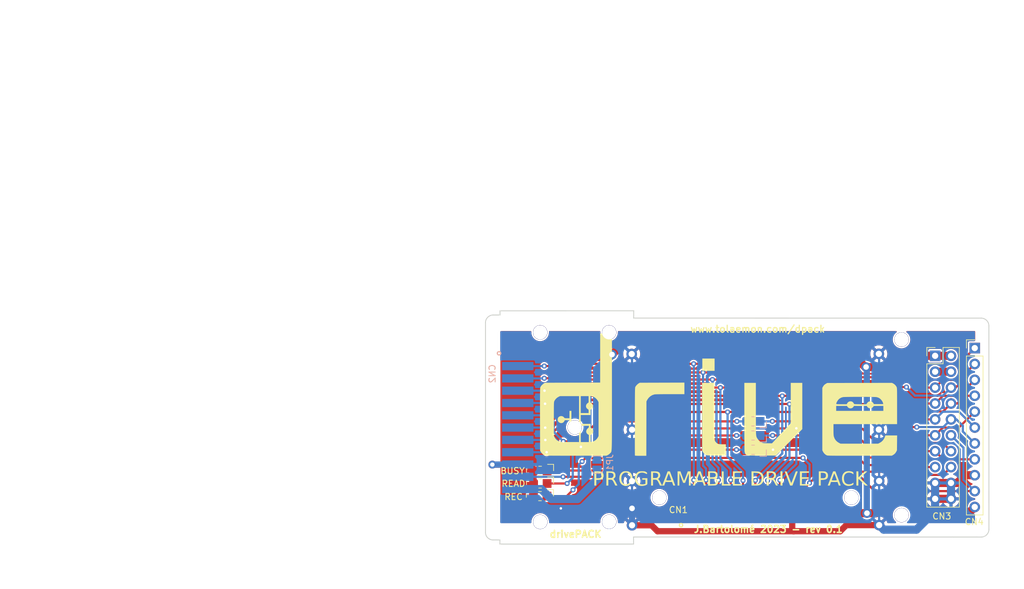
<source format=kicad_pcb>
(kicad_pcb (version 20211014) (generator pcbnew)
  (title_block (title "drive Pack header top board") (date "11 - 2023") (rev "0.1") (company "tolaemon - Jordi Bartolome") (comment 1 "http://www.tolaemon.com/dpack/ "))
  (layers (0 "F.Cu" signal) (31 "B.Cu" signal) (34 "B.Paste" user) (35 "F.Paste" user) (36 "B.SilkS" user "B.Silkscreen") (37 "F.SilkS" user "F.Silkscreen") (38 "B.Mask" user) (39 "F.Mask" user) (44 "Edge.Cuts" user))
  (net 0 "")
  (net 1 "GND")
  (net 2 "/!CS")
  (net 3 "VCC5")
  (net 4 "/CLCK2")
  (net 5 "/!W\\R")
  (net 6 "/?")
  (net 7 "/CLCK1")
  (net 8 "/!D1")
  (net 9 "/!D0")
  (net 10 "/!D2")
  (net 11 "/!D3")
  (net 12 "Net-(CN2-Pad11)")
  (net 13 "VCC3.3")
  (net 14 "/ROM_IO1")
  (net 15 "/ROM_IO2")
  (net 16 "/ROM_IO3")
  (net 17 "Net-(LD1-Pad1)")
  (net 18 "Net-(LD2-Pad1)")
  (net 19 "Net-(LD3-Pad1)")
  (footprint "Tolaemon:PinHeader_2x10_P2.54mm_Vertical" (layer "F.Cu") (at 184.25032 84.39963)
    (fp_text reference "CN3" (at 1.02108 25.44572) (layer "F.SilkS"))
    (fp_text value "PinStrip2x10")
    (pad "1" thru_hole rect locked (at -0.0508 -0.1905) (size 1.7 1.7) (drill 1) (layers *.Cu *.Mask) (net 3 "VCC5"))
    (pad "2" thru_hole oval locked (at 2.4892 -0.1905) (size 1.7 1.7) (drill 1) (layers *.Cu *.Mask) (net 3 "VCC5"))
    (pad "3" thru_hole oval locked (at -0.0508 2.3495) (size 1.7 1.7) (drill 1) (layers *.Cu *.Mask) (net 13 "VCC3.3"))
    (pad "4" thru_hole oval locked (at 2.4892 2.3495) (size 1.7 1.7) (drill 1) (layers *.Cu *.Mask) (net 13 "VCC3.3"))
    (pad "5" thru_hole oval locked (at -0.0508 4.8895) (size 1.7 1.7) (drill 1) (layers *.Cu *.Mask) (net 11 "/!D3"))
    (pad "6" thru_hole oval locked (at 2.4892 4.8895) (size 1.7 1.7) (drill 1) (layers *.Cu *.Mask) (net 10 "/!D2"))
    (pad "7" thru_hole oval locked (at -0.0508 7.4295) (size 1.7 1.7) (drill 1) (layers *.Cu *.Mask) (net 8 "/!D1"))
    (pad "8" thru_hole oval locked (at 2.4892 7.4295) (size 1.7 1.7) (drill 1) (layers *.Cu *.Mask) (net 9 "/!D0"))
    (pad "9" thru_hole oval locked (at -0.0508 9.9695) (size 1.7 1.7) (drill 1) (layers *.Cu *.Mask) (net 7 "/CLCK1"))
    (pad "10" thru_hole oval locked (at 2.4892 9.9695) (size 1.7 1.7) (drill 1) (layers *.Cu *.Mask) (net 4 "/CLCK2"))
    (pad "11" thru_hole oval locked (at -0.0508 12.5095) (size 1.7 1.7) (drill 1) (layers *.Cu *.Mask) (net 5 "/!W\\R"))
    (pad "12" thru_hole oval locked (at 2.4892 12.5095) (size 1.7 1.7) (drill 1) (layers *.Cu *.Mask) (net 2 "/!CS"))
    (pad "13" thru_hole oval locked (at -0.0508 15.0495) (size 1.7 1.7) (drill 1) (layers *.Cu *.Mask) (net 6 "/?"))
    (pad "14" thru_hole oval locked (at 2.4892 15.0495) (size 1.7 1.7) (drill 1) (layers *.Cu *.Mask) (net 14 "/ROM_IO1"))
    (pad "15" thru_hole oval locked (at -0.0508 17.5895) (size 1.7 1.7) (drill 1) (layers *.Cu *.Mask) (net 15 "/ROM_IO2"))
    (pad "16" thru_hole oval locked (at 2.4892 17.5895) (size 1.7 1.7) (drill 1) (layers *.Cu *.Mask) (net 16 "/ROM_IO3"))
    (pad "17" thru_hole oval locked (at -0.0508 20.1295) (size 1.7 1.7) (drill 1) (layers *.Cu *.Mask) (net 1 "GND"))
    (pad "18" thru_hole oval locked (at 2.4892 20.1295) (size 1.7 1.7) (drill 1) (layers *.Cu *.Mask) (net 1 "GND"))
    (pad "19" thru_hole oval locked (at -0.0508 22.6695) (size 1.7 1.7) (drill 1) (layers *.Cu *.Mask) (net 1 "GND"))
    (pad "20" thru_hole oval locked (at 2.4892 22.6695) (size 1.7 1.7) (drill 1) (layers *.Cu *.Mask) (net 1 "GND"))
  )
  (footprint "Tolaemon:MHole_2_25" (layer "F.Cu") (at 126.59692 95.631)
    (fp_text reference "MH3" hide)
    (fp_text value "MountingHole")
    (pad "" np_thru_hole circle locked (at 0 0) (size 2.3 2.3) (drill 2.25) (layers F&B.Cu *.Mask))
  )
  (footprint "Tolaemon:MHole_2_25" (layer "F.Cu") (at 178.82948 109.6645)
    (fp_text reference "MH4" hide)
    (fp_text value "MountingHole")
    (pad "" np_thru_hole circle locked (at 0 0) (size 2.3 2.3) (drill 2.25) (layers F&B.Cu *.Mask))
  )
  (footprint "Tolaemon:MHole_2_25" (layer "F.Cu") (at 121.07666 110.75924)
    (fp_text reference "MH1" hide)
    (fp_text value "MountingHole")
    (pad "" np_thru_hole circle locked (at 0 0) (size 2.3 2.3) (drill 2.25) (layers F&B.Cu *.Mask))
  )
  (footprint "Tolaemon:MHole_2_25" (layer "F.Cu") (at 132.08586 110.74146)
    (fp_text reference "MH7" hide)
    (fp_text value "MountingHole")
    (pad "" np_thru_hole circle locked (at 0 0) (size 2.3 2.3) (drill 2.25) (layers F&B.Cu *.Mask))
  )
  (footprint "Tolaemon:DrivePackHeaderFemale" (layer "F.Cu") (at 155.50466 108.26688 180)
    (fp_text reference "CN1" (at 12.34466 -0.56312 180) (layer "F.SilkS"))
    (fp_text value "dumper connector")
    (pad "1" smd rect locked (at 9.87298 -0.01124 180) (size 1.315 5) (layers "F.Cu" "F.Paste" "F.Mask") (net 11 "/!D3"))
    (pad "2" smd rect locked (at 7.907274 -0.01124 180) (size 1.315 5) (layers "F.Cu" "F.Paste" "F.Mask") (net 10 "/!D2"))
    (pad "3" smd rect locked (at 5.941568 -0.01124 180) (size 1.315 5) (layers "F.Cu" "F.Paste" "F.Mask") (net 8 "/!D1"))
    (pad "4" smd rect locked (at 3.975862 -0.01124 180) (size 1.315 5) (layers "F.Cu" "F.Paste" "F.Mask") (net 9 "/!D0"))
    (pad "5" smd rect locked (at 2.010156 -0.01124 180) (size 1.315 5) (layers "F.Cu" "F.Paste" "F.Mask") (net 5 "/!W\\R"))
    (pad "6" smd rect locked (at 0.04445 -0.01124 180) (size 1.315 5) (layers "F.Cu" "F.Paste" "F.Mask") (net 7 "/CLCK1"))
    (pad "7" smd rect locked (at -1.921256 -0.01124 180) (size 1.315 5) (layers "F.Cu" "F.Paste" "F.Mask") (net 4 "/CLCK2"))
    (pad "8" smd rect locked (at -3.886962 -0.01124 180) (size 1.315 5) (layers "F.Cu" "F.Paste" "F.Mask") (net 6 "/?"))
    (pad "9" smd rect locked (at -5.852668 -0.01124 180) (size 1.315 5) (layers "F.Cu" "F.Paste" "F.Mask") (net 1 "GND"))
    (pad "10" smd rect locked (at -7.818374 -0.01124 180) (size 1.315 5) (layers "F.Cu" "F.Paste" "F.Mask") (net 2 "/!CS"))
    (pad "11" smd rect locked (at -9.78408 -0.01124 180) (size 1.315 5) (layers "F.Cu" "F.Paste" "F.Mask") (net 3 "VCC5"))
  )
  (footprint "Tolaemon:MHole_2_25" (layer "F.Cu") (at 121.06734 80.45958)
    (fp_text reference "MH2" hide)
    (fp_text value "MountingHole")
    (pad "" np_thru_hole circle locked (at 0 0) (size 2.3 2.3) (drill 2.25) (layers F&B.Cu *.Mask))
  )
  (footprint "Tolaemon:MHole_2_25" (layer "F.Cu") (at 132.08586 80.45958)
    (fp_text reference "MH5" hide)
    (fp_text value "MountingHole")
    (pad "" np_thru_hole circle locked (at 0 0) (size 2.3 2.3) (drill 2.25) (layers F&B.Cu *.Mask))
  )
  (footprint "Tolaemon:MHole_2_25" (layer "F.Cu") (at 178.82948 81.6102)
    (fp_text reference "MH6" hide)
    (fp_text value "MountingHole" hide)
    (pad "" np_thru_hole circle locked (at 0 0) (size 2.3 2.3) (drill 2.25) (layers F&B.Cu *.Mask))
  )
  (footprint "Tolaemon:PinPad_1x01_P2.54mm_Round" (layer "F.Cu") (at 135.70166 83.91826 90)
    (fp_text reference "CN11" hide)
    (fp_text value "Pin")
    (pad "1" thru_hole circle locked (at 0 0 90) (size 1.7 1.7) (drill 1) (layers *.Cu *.Mask) (net 1 "GND"))
  )
  (footprint "Tolaemon:SMD_LD_0805_2012Metric" (layer "F.Cu") (at 121.09666 104.61336 180)
    (fp_text reference "READ" (at 4.3 -0.02) (layer "F.SilkS"))
    (fp_text value "LD")
    (pad "1" smd rect locked (at -1.0795 0 180) (size 1.4 1.4) (layers "F.Cu" "F.Paste" "F.Mask") (net 17 "Net-(LD1-Pad1)"))
    (pad "2" smd roundrect locked (at 1.0795 0 180) (size 1.4 1.4) (layers "F.Cu" "F.Paste" "F.Mask") (roundrect_rratio 0.244) (net 1 "GND"))
  )
  (footprint "Tolaemon:PinPad_1x01_P2.54mm_Round" (layer "F.Cu") (at 135.75166 104.24326 90)
    (fp_text reference "CN12" hide)
    (fp_text value "Pin")
    (pad "1" thru_hole circle locked (at 0 0 90) (size 1.7 1.7) (drill 1) (layers *.Cu *.Mask) (net 1 "GND"))
  )
  (footprint "Tolaemon:MHole_2_25" (layer "F.Cu") (at 140.10666 106.88326)
    (fp_text reference "MH8" hide)
    (fp_text value "MountingHole")
    (pad "" np_thru_hole circle (at 0 0) (size 2.3 2.3) (drill 2.25) (layers F&B.Cu *.Mask))
  )
  (footprint "Tolaemon:PinPad_1x01_P2.54mm_Round" (layer "F.Cu") (at 175.20166 83.89326 -90)
    (fp_text reference "CN6" hide)
    (fp_text value "Pin")
    (pad "1" thru_hole circle locked (at 0 0 270) (size 1.7 1.7) (drill 1) (layers *.Cu *.Mask) (net 1 "GND"))
  )
  (footprint "Tolaemon:SMD_LD_0805_2012Metric" (layer "F.Cu") (at 121.07746 106.63346 180)
    (fp_text reference "REC" (at 4.2608 -0.1098) (layer "F.SilkS"))
    (fp_text value "LD")
    (pad "1" smd rect locked (at -1.0795 0 180) (size 1.4 1.4) (layers "F.Cu" "F.Paste" "F.Mask") (net 18 "Net-(LD2-Pad1)"))
    (pad "2" smd roundrect locked (at 1.0795 0 180) (size 1.4 1.4) (layers "F.Cu" "F.Paste" "F.Mask") (roundrect_rratio 0.244) (net 1 "GND"))
  )
  (footprint "Tolaemon:PinPad_1x01_P2.54mm_Round" (layer "F.Cu") (at 175.25166 111.26826 -90)
    (fp_text reference "CN7" hide)
    (fp_text value "Pin")
    (pad "1" thru_hole circle locked (at 0 0 270) (size 1.7 1.7) (drill 1) (layers *.Cu *.Mask) (net 1 "GND"))
  )
  (footprint "TolaemonLogo:DrivePackLogoPCBv3" (layer "F.Cu") (at 150.325976 94.026647)
    (fp_text reference "G***" hide)
    (fp_text value "LOGO" hide)
  )
  (footprint "Tolaemon:PinHeader_1x11_P2.54mm_Vertical" (layer "F.Cu") (at 190.53166 95.67139)
    (fp_text reference "CN4" (at -0.075 15.07187 180) (layer "F.SilkS"))
    (fp_text value "PinStrip11")
    (pad "1" thru_hole rect locked (at 0 -12.7) (size 1.7 1.7) (drill 1) (layers *.Cu *.Mask) (net 11 "/!D3"))
    (pad "2" thru_hole oval locked (at 0 -10.16) (size 1.7 1.7) (drill 1) (layers *.Cu *.Mask) (net 10 "/!D2"))
    (pad "3" thru_hole oval locked (at 0 -7.62) (size 1.7 1.7) (drill 1) (layers *.Cu *.Mask) (net 8 "/!D1"))
    (pad "4" thru_hole oval locked (at 0 -5.08) (size 1.7 1.7) (drill 1) (layers *.Cu *.Mask) (net 9 "/!D0"))
    (pad "5" thru_hole oval locked (at 0 -2.54) (size 1.7 1.7) (drill 1) (layers *.Cu *.Mask) (net 5 "/!W\\R"))
    (pad "6" thru_hole oval locked (at 0 0) (size 1.7 1.7) (drill 1) (layers *.Cu *.Mask) (net 7 "/CLCK1"))
    (pad "7" thru_hole oval locked (at 0 2.54) (size 1.7 1.7) (drill 1) (layers *.Cu *.Mask) (net 4 "/CLCK2"))
    (pad "8" thru_hole oval locked (at 0 5.08) (size 1.7 1.7) (drill 1) (layers *.Cu *.Mask) (net 6 "/?"))
    (pad "9" thru_hole oval locked (at 0 7.62) (size 1.7 1.7) (drill 1) (layers *.Cu *.Mask) (net 1 "GND"))
    (pad "10" thru_hole oval locked (at 0 10.16) (size 1.7 1.7) (drill 1) (layers *.Cu *.Mask) (net 2 "/!CS"))
    (pad "11" thru_hole oval locked (at 0 12.7) (size 1.7 1.7) (drill 1) (layers *.Cu *.Mask) (net 3 "VCC5"))
  )
  (footprint "Tolaemon:PinPad_1x01_P2.54mm_Round" (layer "F.Cu") (at 135.75166 111.29326 90)
    (fp_text reference "CN5" hide)
    (fp_text value "Pin")
    (pad "1" thru_hole circle locked (at 0 0 90) (size 1.7 1.7) (drill 1) (layers *.Cu *.Mask) (net 1 "GND"))
  )
  (footprint "Tolaemon:PinPad_1x01_P2.54mm_Round" (layer "F.Cu") (at 175.20166 95.99326 -90)
    (fp_text reference "CN10" hide)
    (fp_text value "Pin")
    (pad "1" thru_hole circle (at 0 0 270) (size 1.7 1.7) (drill 1) (layers *.Cu *.Mask) (net 1 "GND"))
  )
  (footprint "Tolaemon:SMD_LD_0805_2012Metric" (layer "F.Cu") (at 121.09666 102.59326 180)
    (fp_text reference "BUSY" (at 4.43 -0.01) (layer "F.SilkS"))
    (fp_text value "LD")
    (pad "1" smd rect locked (at -1.0795 0 180) (size 1.4 1.4) (layers "F.Cu" "F.Paste" "F.Mask") (net 19 "Net-(LD3-Pad1)"))
    (pad "2" smd roundrect locked (at 1.0795 0 180) (size 1.4 1.4) (layers "F.Cu" "F.Paste" "F.Mask") (roundrect_rratio 0.244) (net 1 "GND"))
  )
  (footprint "Tolaemon:MHole_2_25" (layer "F.Cu") (at 170.80666 106.88326)
    (fp_text reference "MH9" hide)
    (fp_text value "MountingHole")
    (pad "" np_thru_hole circle (at 0 0) (size 2.3 2.3) (drill 2.25) (layers F&B.Cu *.Mask))
  )
  (footprint "Tolaemon:PinPad_1x01_P2.54mm_Round" (layer "F.Cu") (at 175.25166 104.21826 -90)
    (fp_text reference "CN8" hide)
    (fp_text value "Pin")
    (pad "1" thru_hole circle locked (at 0 0 270) (size 1.7 1.7) (drill 1) (layers *.Cu *.Mask) (net 1 "GND"))
  )
  (footprint "Tolaemon:PinPad_1x01_P2.54mm_Round" (layer "F.Cu") (at 135.75166 96.01826 90)
    (fp_text reference "CN9" hide)
    (fp_text value "Pin")
    (pad "1" thru_hole circle locked (at 0 0 90) (size 1.7 1.7) (drill 1) (layers *.Cu *.Mask) (net 1 "GND"))
  )
  (footprint "Tolaemon:SolderJumper-2_P1.3mm_Open_RoundedPad1.0x1.5mm" (layer "B.Cu") (at 130.15666 101.60326 90)
    (fp_text reference "JP1" (at 0.30734 2.06248 90) (layer "B.SilkS") (effects (justify mirror)))
    (fp_text value "Jumper")
    (pad "1" smd custom locked (at -0.65 0 90) (size 1 0.5) (layers "B.Cu" "B.Mask") (net 12 "Net-(CN2-Pad11)") (options (clearance outline) (anchor rect)) (primitives (gr_circle (center 0 -0.25) (end 0.5 -0.25) (width 0) (fill yes)) (gr_circle (center 0 0.25) (end 0.5 0.25) (width 0) (fill yes)) (gr_poly (pts (xy 0 0.75) (xy 0.5 0.75) (xy 0.5 -0.75) (xy 0 -0.75)) (width 0) (fill yes))))
    (pad "2" smd custom locked (at 0.65 0 90) (size 1 0.5) (layers "B.Cu" "B.Mask") (net 3 "VCC5") (options (clearance outline) (anchor rect)) (primitives (gr_circle (center 0 -0.25) (end 0.5 -0.25) (width 0) (fill yes)) (gr_circle (center 0 0.25) (end 0.5 0.25) (width 0) (fill yes)) (gr_poly (pts (xy 0 0.75) (xy -0.5 0.75) (xy -0.5 -0.75) (xy 0 -0.75)) (width 0) (fill yes))))
  )
  (footprint "Tolaemon:SMD_R_0805_2012Metric" (layer "B.Cu") (at 155.13666 99.224088 180)
    (fp_text reference "R3" hide)
    (fp_text value "150")
    (pad "1" smd rect locked (at -1.0795 0 180) (size 1.4 1.4) (layers "B.Cu" "B.Paste" "B.Mask") (net 16 "/ROM_IO3"))
    (pad "2" smd roundrect locked (at 1.0795 0 180) (size 1.4 1.4) (layers "B.Cu" "B.Paste" "B.Mask") (roundrect_rratio 0.244) (net 19 "Net-(LD3-Pad1)"))
  )
  (footprint "Tolaemon:SMD_R_0805_2012Metric" (layer "B.Cu") (at 155.13666 96.943674 180)
    (fp_text reference "R2" hide)
    (fp_text value "150")
    (pad "1" smd rect locked (at -1.0795 0 180) (size 1.4 1.4) (layers "B.Cu" "B.Paste" "B.Mask") (net 15 "/ROM_IO2"))
    (pad "2" smd roundrect locked (at 1.0795 0 180) (size 1.4 1.4) (layers "B.Cu" "B.Paste" "B.Mask") (roundrect_rratio 0.244) (net 18 "Net-(LD2-Pad1)"))
  )
  (footprint "Tolaemon:SMD_R_0805_2012Metric" (layer "B.Cu") (at 155.13666 94.68326 180)
    (fp_text reference "R1" hide)
    (fp_text value "150")
    (pad "1" smd rect locked (at -1.0795 0 180) (size 1.4 1.4) (layers "B.Cu" "B.Paste" "B.Mask") (net 14 "/ROM_IO1"))
    (pad "2" smd roundrect locked (at 1.0795 0 180) (size 1.4 1.4) (layers "B.Cu" "B.Paste" "B.Mask") (roundrect_rratio 0.244) (net 17 "Net-(LD1-Pad1)"))
  )
  (footprint "Tolaemon:DrivePackHeaderMale" (layer "B.Cu") (at 117.47666 95.64116 -90)
    (fp_text reference "CN2" (at -8.56996 4.05638 90) (layer "B.SilkS") (effects (justify mirror)))
    (fp_text value "drivePACKconnector")
    (pad "1" smd rect locked (at -9.78916 -0.01416 270) (size 1.315 5) (layers "B.Cu" "B.Paste" "B.Mask") (net 11 "/!D3"))
    (pad "2" smd rect locked (at -7.823454 -0.01416 270) (size 1.315 5) (layers "B.Cu" "B.Paste" "B.Mask") (net 10 "/!D2"))
    (pad "3" smd rect locked (at -5.857748 -0.01416 270) (size 1.315 5) (layers "B.Cu" "B.Paste" "B.Mask") (net 8 "/!D1"))
    (pad "4" smd rect locked (at -3.892042 -0.01416 270) (size 1.315 5) (layers "B.Cu" "B.Paste" "B.Mask") (net 9 "/!D0"))
    (pad "5" smd rect locked (at -1.926336 -0.01416 270) (size 1.315 5) (layers "B.Cu" "B.Paste" "B.Mask") (net 5 "/!W\\R"))
    (pad "6" smd rect locked (at 0.03937 -0.01416 270) (size 1.315 5) (layers "B.Cu" "B.Paste" "B.Mask") (net 7 "/CLCK1"))
    (pad "7" smd rect locked (at 2.005076 -0.01416 270) (size 1.315 5) (layers "B.Cu" "B.Paste" "B.Mask") (net 4 "/CLCK2"))
    (pad "8" smd rect locked (at 3.970782 -0.01416 270) (size 1.315 5) (layers "B.Cu" "B.Paste" "B.Mask") (net 6 "/?"))
    (pad "9" smd rect locked (at 5.936488 -0.01416 270) (size 1.315 5) (layers "B.Cu" "B.Paste" "B.Mask") (net 1 "GND"))
    (pad "10" smd rect locked (at 7.902194 -0.01416 270) (size 1.315 5) (layers "B.Cu" "B.Paste" "B.Mask") (net 2 "/!CS"))
    (pad "11" smd rect locked (at 9.8679 -0.01416 270) (size 1.315 5) (layers "B.Cu" "B.Paste" "B.Mask") (net 12 "Net-(CN2-Pad11)"))
  )
  (gr_line locked (start 112.3272 112.4585) (end 112.327181 78.914278) (layer "Edge.Cuts") (width 0.15))
  (gr_line locked (start 192.79156 79.413459) (end 192.79666 111.94326) (layer "Edge.Cuts") (width 0.15))
  (gr_line locked (start 191.572359 113.176718) (end 136 113.16716) (layer "Edge.Cuts") (width 0.15))
  (gr_arc locked (start 191.562199 78.185678) (mid 192.430649 78.545467) (end 192.79156 79.413459) (layer "Edge.Cuts") (width 0.15))
  (gr_arc locked (start 112.327181 78.914278) (mid 112.686539 78.048137) (end 113.55148 77.6859) (layer "Edge.Cuts") (width 0.15))
  (gr_arc locked (start 113.525124 113.634715) (mid 112.68598 113.291229) (end 112.3272 112.4585) (layer "Edge.Cuts") (width 0.15))
  (gr_line locked (start 113.525124 113.634715) (end 114.62844 113.63452) (layer "Edge.Cuts") (width 0.15))
  (gr_line locked (start 114.64876 77.01026) (end 114.64876 77.6859) (layer "Edge.Cuts") (width 0.15))
  (gr_line locked (start 136.02032 78.17866) (end 136.02032 77.00772) (layer "Edge.Cuts") (width 0.15))
  (gr_line locked (start 114.64876 77.01026) (end 136.02032 77.00772) (layer "Edge.Cuts") (width 0.15))
  (gr_line locked (start 113.55148 77.6859) (end 114.64876 77.6859) (layer "Edge.Cuts") (width 0.15))
  (gr_arc locked (start 192.79666 111.94326) (mid 192.43833 112.811925) (end 191.572359 113.176718) (layer "Edge.Cuts") (width 0.15))
  (gr_line locked (start 114.62844 114.3) (end 136 114.3) (layer "Edge.Cuts") (width 0.15))
  (gr_line locked (start 136 114.3) (end 136 113.16716) (layer "Edge.Cuts") (width 0.15))
  (gr_line locked (start 114.62844 113.63452) (end 114.62844 114.3) (layer "Edge.Cuts") (width 0.15))
  (gr_line locked (start 136.02032 78.17866) (end 191.562199 78.185678) (layer "Edge.Cuts") (width 0.15))
  (gr_text "drivePACK" (at 122.46 112.72) (layer "F.SilkS") (effects (font (size 1.1 1.1) (thickness 0.25)) (justify left)))
  (gr_text "J.Bartolomé 2023 - rev 0.1" (at 145.5 111.93) (layer "F.SilkS") (effects (font (size 1.1 1.1) (thickness 0.25)) (justify left)))
  (gr_text "www.tolaemon.com/dpack" (at 155.83666 79.92326) (layer "F.SilkS") (effects (font (size 1.1 1.1) (thickness 0.2))))
  (segment (start 161.57666 112.24326) (end 139.82666 112.24326) (width 1) (layer "F.Cu") (net 1))
  (segment (start 135.75166 108.59326) (end 124.37666 108.59326) (width 1) (layer "F.Cu") (net 1))
  (segment (start 120.01716 106.92326) (end 120.01716 104.79326) (width 1) (layer "F.Cu") (net 1))
  (segment (start 119.99716 102.53876) (end 119.05166 101.59326) (width 1) (layer "F.Cu") (net 1))
  (segment (start 124.37666 108.59326) (end 120.77666 108.59326) (width 1) (layer "F.Cu") (net 1))
  (segment (start 188.97853 103.29139) (end 190.53166 103.29139) (width 1.3) (layer "F.Cu") (net 1))
  (segment (start 120.77666 108.59326) (end 120.04716 107.86376) (width 1) (layer "F.Cu") (net 1))
  (segment (start 119.99716 104.74326) (end 119.99716 102.54326) (width 1) (layer "F.Cu") (net 1))
  (segment (start 119.05166 101.59326) (end 113.42666 101.59326) (width 1) (layer "F.Cu") (net 1))
  (segment (start 138.87666 111.29326) (end 139.82666 112.24326) (width 1) (layer "F.Cu") (net 1))
  (segment (start 161.357328 108.27812) (end 161.357328 112.023928) (width 1) (layer "F.Cu") (net 1))
  (segment (start 186.73952 104.52913) (end 187.74079 104.52913) (width 1.3) (layer "F.Cu") (net 1))
  (segment (start 187.74079 104.52913) (end 188.97853 103.29139) (width 1.3) (layer "F.Cu") (net 1))
  (segment (start 169.02666 112.24326) (end 161.57666 112.24326) (width 1) (layer "F.Cu") (net 1))
  (segment (start 170.00166 111.26826) (end 169.02666 112.24326) (width 1) (layer "F.Cu") (net 1))
  (segment (start 184.19952 104.52913) (end 186.73952 104.52913) (width 1.3) (layer "F.Cu") (net 1))
  (segment (start 135.75166 111.29326) (end 138.87666 111.29326) (width 1) (layer "F.Cu") (net 1))
  (segment (start 184.19952 107.06913) (end 186.73952 107.06913) (width 1.3) (layer "F.Cu") (net 1))
  (segment (start 161.357328 112.023928) (end 161.57666 112.24326) (width 1) (layer "F.Cu") (net 1))
  (segment (start 175.25166 111.26826) (end 170.00166 111.26826) (width 1) (layer "F.Cu") (net 1))
  (segment (start 119.99716 102.54326) (end 119.99716 102.53876) (width 1) (layer "F.Cu") (net 1))
  (segment (start 120.04716 107.86376) (end 120.04716 106.94326) (width 1) (layer "F.Cu") (net 1))
  (via (at 135.75166 108.59326) (size 1.5) (drill 0.9) (layers "F.Cu" "B.Cu") (net 1))
  (via (at 124.37666 108.59326) (size 0.8) (drill 0.4) (layers "F.Cu" "B.Cu") (net 1))
  (via (at 113.42666 101.59326) (size 1.27) (drill 0.7) (layers "F.Cu" "B.Cu") (net 1))
  (segment (start 181.22666 111.99326) (end 175.97666 111.99326) (width 1.3) (layer "B.Cu") (net 1))
  (segment (start 186.73952 104.52913) (end 186.73952 107.06913) (width 1.3) (layer "B.Cu") (net 1))
  (segment (start 175.25166 104.21826) (end 175.25166 95.99326) (width 0.35) (layer "B.Cu") (net 1))
  (segment (start 175.25166 95.99326) (end 175.25166 83.94326) (width 0.35) (layer "B.Cu") (net 1))
  (segment (start 184.19952 107.06913) (end 184.19952 109.0204) (width 1.3) (layer "B.Cu") (net 1))
  (segment (start 135.75166 96.01826) (end 135.75166 104.24326) (width 0.35) (layer "B.Cu") (net 1))
  (segment (start 117.475208 101.59326) (end 117.49082 101.577648) (width 1) (layer "B.Cu") (net 1))
  (segment (start 184.19952 109.0204) (end 181.22666 111.99326) (width 1.3) (layer "B.Cu") (net 1))
  (segment (start 113.42666 101.59326) (end 117.475208 101.59326) (width 1) (layer "B.Cu") (net 1))
  (segment (start 135.75166 83.96826) (end 135.70166 83.91826) (width 0.35) (layer "B.Cu") (net 1))
  (segment (start 184.19952 104.52913) (end 184.19952 107.06913) (width 1.3) (layer "B.Cu") (net 1))
  (segment (start 175.25166 104.21826) (end 175.25166 111.26826) (width 0.35) (layer "B.Cu") (net 1))
  (segment (start 135.75166 111.29326) (end 135.75166 108.59326) (width 1) (layer "B.Cu") (net 1))
  (segment (start 135.75166 96.01826) (end 135.75166 83.96826) (width 0.35) (layer "B.Cu") (net 1))
  (segment (start 135.75166 104.24326) (end 135.75166 108.59326) (width 0.35) (layer "B.Cu") (net 1))
  (segment (start 175.97666 111.99326) (end 175.25166 111.26826) (width 1.3) (layer "B.Cu") (net 1))
  (segment (start 132.666566 103.543354) (end 134.19666 102.01326) (width 0.35) (layer "F.Cu") (net 2))
  (segment (start 164.91666 103.75326) (end 164.12666 104.54326) (width 0.35) (layer "F.Cu") (net 2))
  (segment (start 174.53479 105.83139) (end 172.45666 103.75326) (width 0.35) (layer "F.Cu") (net 2))
  (segment (start 164.12666 104.54326) (end 163.323034 105.346886) (width 0.35) (layer "F.Cu") (net 2))
  (segment (start 138.51666 100.52326) (end 163.07666 100.52326) (width 0.35) (layer "F.Cu") (net 2))
  (segment (start 124.726566 103.543354) (end 132.666566 103.543354) (width 0.35) (layer "F.Cu") (net 2))
  (segment (start 190.53166 105.83139) (end 174.53479 105.83139) (width 0.35) (layer "F.Cu") (net 2))
  (segment (start 134.19666 102.01326) (end 137.02666 102.01326) (width 0.35) (layer "F.Cu") (net 2))
  (segment (start 172.45666 103.75326) (end 164.91666 103.75326) (width 0.35) (layer "F.Cu") (net 2))
  (segment (start 137.02666 102.01326) (end 138.51666 100.52326) (width 0.35) (layer "F.Cu") (net 2))
  (segment (start 163.323034 105.346886) (end 163.323034 108.27812) (width 0.35) (layer "F.Cu") (net 2))
  (via (at 124.726566 103.543354) (size 0.8) (drill 0.4) (layers "F.Cu" "B.Cu") (net 2))
  (via (at 163.07666 100.52326) (size 0.8) (drill 0.4) (layers "F.Cu" "B.Cu") (net 2))
  (via (at 164.12666 104.54326) (size 0.8) (drill 0.4) (layers "F.Cu" "B.Cu") (net 2))
  (segment (start 164.12666 104.54326) (end 164.12666 101.57326) (width 0.35) (layer "B.Cu") (net 2))
  (segment (start 124.726566 103.543354) (end 117.49082 103.543354) (width 0.35) (layer "B.Cu") (net 2))
  (segment (start 186.73952 96.90913) (end 188.72666 98.89627) (width 0.35) (layer "B.Cu") (net 2))
  (segment (start 164.12666 101.57326) (end 163.07666 100.52326) (width 0.35) (layer "B.Cu") (net 2))
  (segment (start 188.72666 104.02639) (end 188.72666 98.89627) (width 0.35) (layer "B.Cu") (net 2))
  (segment (start 190.53166 105.83139) (end 188.72666 104.02639) (width 0.35) (layer "B.Cu") (net 2))
  (segment (start 174.752496 109.36326) (end 166.37388 109.36326) (width 1.3) (layer "F.Cu") (net 3))
  (segment (start 176.892496 107.22326) (end 174.752496 109.36326) (width 1.3) (layer "F.Cu") (net 3))
  (segment (start 173.04666 86.02326) (end 168.85666 81.83326) (width 1.3) (layer "F.Cu") (net 3))
  (segment (start 166.37388 109.36326) (end 165.28874 108.27812) (width 1.3) (layer "F.Cu") (net 3))
  (segment (start 184.19952 84.20913) (end 186.73952 84.20913) (width 1.3) (layer "F.Cu") (net 3))
  (segment (start 190.53166 108.37139) (end 188.68479 110.21826) (width 1.3) (layer "F.Cu") (net 3))
  (segment (start 180.57666 107.22326) (end 176.892496 107.22326) (width 1.3) (layer "F.Cu") (net 3))
  (segment (start 134.72666 81.83326) (end 132.55666 84.00326) (width 1.3) (layer "F.Cu") (net 3))
  (segment (start 188.68479 110.21826) (end 183.57166 110.21826) (width 1.3) (layer "F.Cu") (net 3))
  (segment (start 178.11666 86.02326) (end 173.04666 86.02326) (width 1.3) (layer "F.Cu") (net 3))
  (segment (start 184.19952 84.20913) (end 179.93079 84.20913) (width 1.3) (layer "F.Cu") (net 3))
  (segment (start 168.85666 81.83326) (end 134.72666 81.83326) (width 1.3) (layer "F.Cu") (net 3))
  (segment (start 183.57166 110.21826) (end 180.57666 107.22326) (width 1.3) (layer "F.Cu") (net 3))
  (segment (start 179.93079 84.20913) (end 178.11666 86.02326) (width 1.3) (layer "F.Cu") (net 3))
  (via (at 173.30666 109.36326) (size 1.5) (drill 0.9) (layers "F.Cu" "B.Cu") (net 3))
  (via (at 132.55666 84.00326) (size 1.5) (drill 0.9) (layers "F.Cu" "B.Cu") (net 3))
  (via (at 173.16666 85.99326) (size 1.5) (drill 0.9) (layers "F.Cu" "B.Cu") (net 3))
  (segment (start 173.27666 86.10326) (end 173.27666 109.33326) (width 1) (layer "B.Cu") (net 3))
  (segment (start 173.27666 109.33326) (end 173.30666 109.36326) (width 1) (layer "B.Cu") (net 3))
  (segment (start 173.16666 85.99326) (end 173.27666 86.10326) (width 1) (layer "B.Cu") (net 3))
  (segment (start 132.55666 84.00326) (end 130.17666 86.38326) (width 1.3) (layer "B.Cu") (net 3))
  (segment (start 130.17666 86.38326) (end 130.17666 100.58326) (width 1.3) (layer "B.Cu") (net 3))
  (segment (start 177.31666 95.60326) (end 176.25666 94.54326) (width 0.35) (layer "F.Cu") (net 4))
  (segment (start 157.425916 108.27812) (end 157.425916 104.124004) (width 0.35) (layer "F.Cu") (net 4))
  (segment (start 165.99666 91.90326) (end 127.65666 91.90326) (width 0.35) (layer "F.Cu") (net 4))
  (segment (start 127.65666 91.90326) (end 121.89666 97.66326) (width 0.35) (layer "F.Cu") (net 4))
  (segment (start 176.25666 94.54326) (end 168.63666 94.54326) (width 0.35) (layer "F.Cu") (net 4))
  (segment (start 168.63666 94.54326) (end 165.99666 91.90326) (width 0.35) (layer "F.Cu") (net 4))
  (segment (start 181.26666 95.60326) (end 177.31666 95.60326) (width 0.35) (layer "F.Cu") (net 4))
  (via (at 160.91666 91.92326) (size 0.8) (drill 0.4) (layers "F.Cu" "B.Cu") (net 4))
  (via (at 157.425916 104.124004) (size 0.8) (drill 0.4) (layers "F.Cu" "B.Cu") (net 4))
  (via (at 181.26666 95.60326) (size 0.8) (drill 0.4) (layers "F.Cu" "B.Cu") (net 4))
  (via (at 121.89666 97.66326) (size 0.8) (drill 0.4) (layers "F.Cu" "B.Cu") (net 4))
  (segment (start 188.62666 96.30639) (end 188.62666 95.39326) (width 0.35) (layer "B.Cu") (net 4))
  (segment (start 188.62666 95.39326) (end 187.60253 94.36913) (width 0.35) (layer "B.Cu") (net 4))
  (segment (start 117.49082 97.646236) (end 121.879636 97.646236) (width 0.35) (layer "B.Cu") (net 4))
  (segment (start 160.91666 100.57326) (end 160.91666 91.92326) (width 0.35) (layer "B.Cu") (net 4))
  (segment (start 157.425916 104.124004) (end 157.425916 104.064004) (width 0.35) (layer "B.Cu") (net 4))
  (segment (start 186.73952 94.36913) (end 185.51452 95.59413) (width 0.35) (layer "B.Cu") (net 4))
  (segment (start 187.60253 94.36913) (end 186.73952 94.36913) (width 0.35) (layer "B.Cu") (net 4))
  (segment (start 181.27579 95.59413) (end 181.26666 95.60326) (width 0.35) (layer "B.Cu") (net 4))
  (segment (start 157.425916 104.064004) (end 160.91666 100.57326) (width 0.35) (layer "B.Cu") (net 4))
  (segment (start 185.51452 95.59413) (end 181.27579 95.59413) (width 0.35) (layer "B.Cu") (net 4))
  (segment (start 190.53166 98.21139) (end 188.62666 96.30639) (width 0.35) (layer "B.Cu") (net 4))
  (segment (start 121.879636 97.646236) (end 121.89666 97.66326) (width 0.35) (layer "B.Cu") (net 4))
  (segment (start 131.79666 93.18326) (end 127.09666 97.88326) (width 0.35) (layer "F.Cu") (net 5))
  (segment (start 172.60666 95.89326) (end 167.82666 95.89326) (width 0.35) (layer "F.Cu") (net 5))
  (segment (start 184.19952 96.90913) (end 177.21079 96.90913) (width 0.35) (layer "F.Cu") (net 5))
  (segment (start 187.97892 95.68413) (end 185.42452 95.68413) (width 0.35) (layer "F.Cu") (net 5))
  (segment (start 153.494504 104.135416) (end 153.49666 104.13326) (width 0.35) (layer "F.Cu") (net 5))
  (segment (start 187.97892 95.68413) (end 190.53166 93.13139) (width 0.35) (layer "F.Cu") (net 5))
  (segment (start 185.42452 95.68413) (end 184.19952 96.90913) (width 0.35) (layer "F.Cu") (net 5))
  (segment (start 174.43666 97.72326) (end 172.60666 95.89326) (width 0.35) (layer "F.Cu") (net 5))
  (segment (start 167.82666 95.89326) (end 165.11666 93.18326) (width 0.35) (layer "F.Cu") (net 5))
  (segment (start 127.09666 97.88326) (end 124.76666 97.88326) (width 0.35) (layer "F.Cu") (net 5))
  (segment (start 177.21079 96.90913) (end 176.39666 97.72326) (width 0.35) (layer "F.Cu") (net 5))
  (segment (start 153.494504 108.27812) (end 153.494504 104.135416) (width 0.35) (layer "F.Cu") (net 5))
  (segment (start 165.11666 93.18326) (end 131.79666 93.18326) (width 0.35) (layer "F.Cu") (net 5))
  (segment (start 176.39666 97.72326) (end 174.43666 97.72326) (width 0.35) (layer "F.Cu") (net 5))
  (via (at 124.76666 97.88326) (size 0.8) (drill 0.4) (layers "F.Cu" "B.Cu") (net 5))
  (via (at 151.02666 93.19326) (size 0.8) (drill 0.4) (layers "F.Cu" "B.Cu") (net 5))
  (via (at 153.49666 104.13326) (size 0.8) (drill 0.4) (layers "F.Cu" "B.Cu") (net 5))
  (segment (start 153.49666 104.13326) (end 153.49666 102.80326) (width 0.35) (layer "B.Cu") (net 5))
  (segment (start 153.49666 102.80326) (end 151.02666 100.33326) (width 0.35) (layer "B.Cu") (net 5))
  (segment (start 123.22666 94.69326) (end 123.22666 96.34326) (width 0.35) (layer "B.Cu") (net 5))
  (segment (start 151.02666 100.33326) (end 151.02666 93.19326) (width 0.35) (layer "B.Cu") (net 5))
  (segment (start 122.248224 93.714824) (end 123.22666 94.69326) (width 0.35) (layer "B.Cu") (net 5))
  (segment (start 123.22666 96.34326) (end 124.76666 97.88326) (width 0.35) (layer "B.Cu") (net 5))
  (segment (start 117.49082 93.714824) (end 122.248224 93.714824) (width 0.35) (layer "B.Cu") (net 5))
  (segment (start 136.21666 97.73326) (end 132.32666 97.73326) (width 0.35) (layer "F.Cu") (net 6))
  (segment (start 178.20666 100.46326) (end 173.60666 100.46326) (width 0.35) (layer "F.Cu") (net 6))
  (segment (start 190.53166 100.75139) (end 185.50178 100.75139) (width 0.35) (layer "F.Cu") (net 6))
  (segment (start 184.19952 99.44913) (end 179.22079 99.44913) (width 0.35) (layer "F.Cu") (net 6))
  (segment (start 132.32666 97.73326) (end 130.44166 99.61826) (width 0.35) (layer "F.Cu") (net 6))
  (segment (start 166.00666 98.30326) (end 163.51666 95.81326) (width 0.35) (layer "F.Cu") (net 6))
  (segment (start 130.44166 99.61826) (end 122.10166 99.61826) (width 0.35) (layer "F.Cu") (net 6))
  (segment (start 185.50178 100.75139) (end 184.19952 99.44913) (width 0.35) (layer "F.Cu") (net 6))
  (segment (start 159.391622 108.27812) (end 159.391622 104.088298) (width 0.35) (layer "F.Cu") (net 6))
  (segment (start 171.44666 98.30326) (end 166.00666 98.30326) (width 0.35) (layer "F.Cu") (net 6))
  (segment (start 163.51666 95.81326) (end 138.13666 95.81326) (width 0.35) (layer "F.Cu") (net 6))
  (segment (start 173.60666 100.46326) (end 171.44666 98.30326) (width 0.35) (layer "F.Cu") (net 6))
  (segment (start 179.22079 99.44913) (end 178.20666 100.46326) (width 0.35) (layer "F.Cu") (net 6))
  (segment (start 138.13666 95.81326) (end 136.21666 97.73326) (width 0.35) (layer "F.Cu") (net 6))
  (via (at 162.01666 95.79326) (size 0.8) (drill 0.4) (layers "F.Cu" "B.Cu") (net 6))
  (via (at 159.391622 104.088298) (size 0.8) (drill 0.4) (layers "F.Cu" "B.Cu") (net 6))
  (via (at 122.10166 99.61826) (size 0.8) (drill 0.4) (layers "F.Cu" "B.Cu") (net 6))
  (segment (start 162.01666 101.49326) (end 162.01666 95.79326) (width 0.35) (layer "B.Cu") (net 6))
  (segment (start 161.50666 102.00326) (end 162.01666 101.49326) (width 0.35) (layer "B.Cu") (net 6))
  (segment (start 161.47666 102.00326) (end 161.50666 102.00326) (width 0.35) (layer "B.Cu") (net 6))
  (segment (start 117.49082 99.611942) (end 122.095342 99.611942) (width 0.35) (layer "B.Cu") (net 6))
  (segment (start 122.095342 99.611942) (end 122.10166 99.61826) (width 0.35) (layer "B.Cu") (net 6))
  (segment (start 159.391622 104.088298) (end 161.47666 102.00326) (width 0.35) (layer "B.Cu") (net 6))
  (segment (start 121.88666 95.69326) (end 126.97666 90.60326) (width 0.35) (layer "F.Cu") (net 7))
  (segment (start 166.72666 90.60326) (end 169.47666 93.35326) (width 0.35) (layer "F.Cu") (net 7))
  (segment (start 126.97666 90.60326) (end 166.72666 90.60326) (width 0.35) (layer "F.Cu") (net 7))
  (segment (start 169.47666 93.35326) (end 177.31666 93.35326) (width 0.35) (layer "F.Cu") (net 7))
  (segment (start 178.33253 94.36913) (end 184.19952 94.36913) (width 0.35) (layer "F.Cu") (net 7))
  (segment (start 121.87666 95.69326) (end 121.88666 95.69326) (width 0.35) (layer "F.Cu") (net 7))
  (segment (start 155.46021 108.27812) (end 155.46021 104.11681) (width 0.35) (layer "F.Cu") (net 7))
  (segment (start 177.31666 93.35326) (end 178.33253 94.36913) (width 0.35) (layer "F.Cu") (net 7))
  (via (at 155.46021 104.11681) (size 0.8) (drill 0.4) (layers "F.Cu" "B.Cu") (net 7))
  (via (at 159.76666 90.62326) (size 0.8) (drill 0.4) (layers "F.Cu" "B.Cu") (net 7))
  (via (at 121.87666 95.69326) (size 0.8) (drill 0.4) (layers "F.Cu" "B.Cu") (net 7))
  (segment (start 184.19952 94.36913) (end 185.42539 93.14326) (width 0.35) (layer "B.Cu") (net 7))
  (segment (start 121.86393 95.68053) (end 117.49082 95.68053) (width 0.35) (layer "B.Cu") (net 7))
  (segment (start 185.42539 93.14326) (end 188.00353 93.14326) (width 0.35) (layer "B.Cu") (net 7))
  (segment (start 155.46021 104.11681) (end 159.76666 99.81036) (width 0.35) (layer "B.Cu") (net 7))
  (segment (start 159.76666 99.81036) (end 159.76666 90.62326) (width 0.35) (layer "B.Cu") (net 7))
  (segment (start 188.00353 93.14326) (end 190.53166 95.67139) (width 0.35) (layer "B.Cu") (net 7))
  (segment (start 121.87666 95.69326) (end 121.86393 95.68053) (width 0.35) (layer "B.Cu") (net 7))
  (segment (start 125.75666 88.00326) (end 123.97666 89.78326) (width 0.35) (layer "F.Cu") (net 8))
  (segment (start 184.19952 91.82913) (end 180.18253 91.82913) (width 0.35) (layer "F.Cu") (net 8))
  (segment (start 149.563092 108.27812) (end 149.563092 104.131828) (width 0.35) (layer "F.Cu") (net 8))
  (segment (start 123.97666 89.78326) (end 121.76666 89.78326) (width 0.35) (layer "F.Cu") (net 8))
  (segment (start 184.19952 91.82913) (end 184.22079 91.82913) (width 0.35) (layer "F.Cu") (net 8))
  (segment (start 189.53979 89.04326) (end 190.53166 88.05139) (width 0.35) (layer "F.Cu") (net 8))
  (segment (start 178.92666 90.57326) (end 170.39666 90.57326) (width 0.35) (layer "F.Cu") (net 8))
  (segment (start 187.36579 90.60413) (end 188.92666 89.04326) (width 0.35) (layer "F.Cu") (net 8))
  (segment (start 188.92666 89.04326) (end 189.53979 89.04326) (width 0.35) (layer "F.Cu") (net 8))
  (segment (start 167.82666 88.00326) (end 125.75666 88.00326) (width 0.35) (layer "F.Cu") (net 8))
  (segment (start 184.22079 91.82913) (end 185.44579 90.60413) (width 0.35) (layer "F.Cu") (net 8))
  (segment (start 185.44579 90.60413) (end 187.36579 90.60413) (width 0.35) (layer "F.Cu") (net 8))
  (segment (start 180.18253 91.82913) (end 178.92666 90.57326) (width 0.35) (layer "F.Cu") (net 8))
  (segment (start 149.563092 104.131828) (end 149.62666 104.06826) (width 0.35) (layer "F.Cu") (net 8))
  (segment (start 170.39666 90.57326) (end 167.82666 88.00326) (width 0.35) (layer "F.Cu") (net 8))
  (via (at 148.60666 88.00326) (size 0.8) (drill 0.4) (layers "F.Cu" "B.Cu") (net 8))
  (via (at 149.56666 104.06326) (size 0.8) (drill 0.4) (layers "F.Cu" "B.Cu") (net 8))
  (via (at 121.76666 89.78326) (size 0.8) (drill 0.4) (layers "F.Cu" "B.Cu") (net 8))
  (segment (start 117.49082 89.783412) (end 121.766508 89.783412) (width 0.35) (layer "B.Cu") (net 8))
  (segment (start 148.62666 101.17326) (end 148.62666 87.98326) (width 0.35) (layer "B.Cu") (net 8))
  (segment (start 121.766508 89.783412) (end 121.76666 89.78326) (width 0.35) (layer "B.Cu") (net 8))
  (segment (start 149.56666 104.06326) (end 149.56666 102.11326) (width 0.35) (layer "B.Cu") (net 8))
  (segment (start 149.56666 102.11326) (end 148.62666 101.17326) (width 0.35) (layer "B.Cu") (net 8))
  (segment (start 151.528798 104.070398) (end 151.52666 104.06826) (width 0.35) (layer "F.Cu") (net 9))
  (segment (start 188.97853 90.59139) (end 187.74079 91.82913) (width 0.35) (layer "F.Cu") (net 9))
  (segment (start 186.73952 91.82913) (end 187.74079 91.82913) (width 0.35) (layer "F.Cu") (net 9))
  (segment (start 167.26666 89.28326) (end 169.90666 91.92326) (width 0.35) (layer "F.Cu") (net 9))
  (segment (start 151.528798 108.27812) (end 151.528798 104.070398) (width 0.35) (layer "F.Cu") (net 9))
  (segment (start 190.53166 90.59139) (end 188.97853 90.59139) (width 0.35) (layer "F.Cu") (net 9))
  (segment (start 121.85166 91.86826) (end 124.07166 91.86826) (width 0.35) (layer "F.Cu") (net 9))
  (segment (start 185.46539 93.10326) (end 186.73952 91.82913) (width 0.35) (layer "F.Cu") (net 9))
  (segment (start 179.35666 93.10326) (end 185.46539 93.10326) (width 0.35) (layer "F.Cu") (net 9))
  (segment (start 126.65666 89.28326) (end 167.26666 89.28326) (width 0.35) (layer "F.Cu") (net 9))
  (segment (start 178.17666 91.92326) (end 179.35666 93.10326) (width 0.35) (layer "F.Cu") (net 9))
  (segment (start 169.90666 91.92326) (end 178.17666 91.92326) (width 0.35) (layer "F.Cu") (net 9))
  (segment (start 124.07166 91.86826) (end 126.65666 89.28326) (width 0.35) (layer "F.Cu") (net 9))
  (via (at 151.52666 104.06826) (size 0.8) (drill 0.4) (layers "F.Cu" "B.Cu") (net 9))
  (via (at 121.85166 91.86826) (size 0.8) (drill 0.4) (layers "F.Cu" "B.Cu") (net 9))
  (via (at 149.87666 89.29326) (size 0.8) (drill 0.4) (layers "F.Cu" "B.Cu") (net 9))
  (segment (start 151.52666 102.34326) (end 149.87666 100.69326) (width 0.35) (layer "B.Cu") (net 9))
  (segment (start 149.87666 100.69326) (end 149.87666 89.29326) (width 0.35) (layer "B.Cu") (net 9))
  (segment (start 151.52666 104.06826) (end 151.52666 102.34326) (width 0.35) (layer "B.Cu") (net 9))
  (segment (start 121.732518 91.749118) (end 117.49082 91.749118) (width 0.35) (layer "B.Cu") (net 9))
  (segment (start 121.85166 91.86826) (end 121.732518 91.749118) (width 0.35) (layer "B.Cu") (net 9))
  (segment (start 168.72666 86.86326) (end 124.15666 86.86326) (width 0.35) (layer "F.Cu") (net 10))
  (segment (start 171.06666 89.20326) (end 179.61666 89.20326) (width 0.35) (layer "F.Cu") (net 10))
  (segment (start 123.22666 87.79326) (end 121.72666 87.79326) (width 0.35) (layer "F.Cu") (net 10))
  (segment (start 147.597386 108.27812) (end 147.597386 104.513986) (width 0.35) (layer "F.Cu") (net 10))
  (segment (start 124.15666 86.86326) (end 123.22666 87.79326) (width 0.35) (layer "F.Cu") (net 10))
  (segment (start 147.597386 104.513986) (end 147.57666 104.49326) (width 0.35) (layer "F.Cu") (net 10))
  (segment (start 189.32666 87.44326) (end 187.48079 89.28913) (width 0.35) (layer "F.Cu") (net 10))
  (segment (start 168.72666 86.86326) (end 171.06666 89.20326) (width 0.35) (layer "F.Cu") (net 10))
  (segment (start 189.32666 86.71639) (end 190.53166 85.51139) (width 0.35) (layer "F.Cu") (net 10))
  (segment (start 189.32666 87.44326) (end 189.32666 86.71639) (width 0.35) (layer "F.Cu") (net 10))
  (segment (start 187.48079 89.28913) (end 186.73952 89.28913) (width 0.35) (layer "F.Cu") (net 10))
  (via (at 147.57666 104.06826) (size 0.8) (drill 0.4) (layers "F.Cu" "B.Cu") (net 10))
  (via (at 121.72666 87.79326) (size 0.8) (drill 0.4) (layers "F.Cu" "B.Cu") (net 10))
  (via (at 179.61666 89.20326) (size 0.8) (drill 0.4) (layers "F.Cu" "B.Cu") (net 10))
  (via (at 147.10666 86.86326) (size 0.8) (drill 0.4) (layers "F.Cu" "B.Cu") (net 10))
  (segment (start 121.702214 87.817706) (end 121.72666 87.79326) (width 0.35) (layer "B.Cu") (net 10))
  (segment (start 147.57666 102.23326) (end 147.10666 101.76326) (width 0.35) (layer "B.Cu") (net 10))
  (segment (start 147.57666 104.06826) (end 147.57666 102.23326) (width 0.35) (layer "B.Cu") (net 10))
  (segment (start 117.49082 87.817706) (end 121.702214 87.817706) (width 0.35) (layer "B.Cu") (net 10))
  (segment (start 147.10666 101.76326) (end 147.10666 86.86326) (width 0.35) (layer "B.Cu") (net 10))
  (segment (start 180.98166 90.56826) (end 179.61666 89.20326) (width 0.35) (layer "B.Cu") (net 10))
  (segment (start 185.46039 90.56826) (end 186.73952 89.28913) (width 0.35) (layer "B.Cu") (net 10))
  (segment (start 185.46039 90.56826) (end 180.98166 90.56826) (width 0.35) (layer "B.Cu") (net 10))
  (segment (start 145.63168 104.07328) (end 145.62666 104.06826) (width 0.35) (layer "F.Cu") (net 11))
  (segment (start 187.40579 88.06413) (end 188.62666 86.84326) (width 0.35) (layer "F.Cu") (net 11))
  (segment (start 171.65666 87.63326) (end 180.45666 87.63326) (width 0.35) (layer "F.Cu") (net 11))
  (segment (start 121.72666 85.84326) (end 123.09666 85.84326) (width 0.35) (layer "F.Cu") (net 11))
  (segment (start 169.50666 85.48326) (end 171.65666 87.63326) (width 0.35) (layer "F.Cu") (net 11))
  (segment (start 188.62666 86.84326) (end 188.62666 84.87639) (width 0.35) (layer "F.Cu") (net 11))
  (segment (start 145.63168 108.27812) (end 145.63168 104.07328) (width 0.35) (layer "F.Cu") (net 11))
  (segment (start 180.45666 87.63326) (end 182.11253 89.28913) (width 0.35) (layer "F.Cu") (net 11))
  (segment (start 184.19952 89.28913) (end 185.42452 88.06413) (width 0.35) (layer "F.Cu") (net 11))
  (segment (start 185.42452 88.06413) (end 187.40579 88.06413) (width 0.35) (layer "F.Cu") (net 11))
  (segment (start 188.62666 84.87639) (end 190.53166 82.97139) (width 0.35) (layer "F.Cu") (net 11))
  (segment (start 123.09666 85.84326) (end 123.45666 85.48326) (width 0.35) (layer "F.Cu") (net 11))
  (segment (start 123.45666 85.48326) (end 169.50666 85.48326) (width 0.35) (layer "F.Cu") (net 11))
  (segment (start 182.11253 89.28913) (end 184.19952 89.28913) (width 0.35) (layer "F.Cu") (net 11))
  (via (at 145.62666 104.06826) (size 0.8) (drill 0.4) (layers "F.Cu" "B.Cu") (net 11))
  (via (at 121.72666 85.84326) (size 0.8) (drill 0.4) (layers "F.Cu" "B.Cu") (net 11))
  (via (at 145.59666 85.48326) (size 0.8) (drill 0.4) (layers "F.Cu" "B.Cu") (net 11))
  (segment (start 121.71792 85.852) (end 121.72666 85.84326) (width 0.35) (layer "B.Cu") (net 11))
  (segment (start 145.62666 85.51326) (end 145.59666 85.48326) (width 0.35) (layer "B.Cu") (net 11))
  (segment (start 145.62666 104.06826) (end 145.62666 85.51326) (width 0.35) (layer "B.Cu") (net 11))
  (segment (start 117.49082 85.852) (end 121.71792 85.852) (width 0.35) (layer "B.Cu") (net 11))
  (segment (start 122.83666 107.10326) (end 127.03666 107.10326) (width 1.3) (layer "B.Cu") (net 12))
  (segment (start 130.16666 103.97326) (end 130.16666 102.60326) (width 1.3) (layer "B.Cu") (net 12))
  (segment (start 117.49082 105.50906) (end 121.24246 105.50906) (width 1.3) (layer "B.Cu") (net 12))
  (segment (start 121.24246 105.50906) (end 122.83666 107.10326) (width 1.3) (layer "B.Cu") (net 12))
  (segment (start 127.03666 107.10326) (end 130.16666 103.97326) (width 1.3) (layer "B.Cu") (net 12))
  (segment (start 186.73952 86.74913) (end 184.19952 86.74913) (width 1.3) (layer "F.Cu") (net 13))
  (segment (start 178.48579 98.13413) (end 177.64666 98.97326) (width 0.35) (layer "F.Cu") (net 14))
  (segment (start 171.82666 97.09326) (end 166.92666 97.09326) (width 0.35) (layer "F.Cu") (net 14))
  (segment (start 185.42452 98.13413) (end 178.48579 98.13413) (width 0.35) (layer "F.Cu") (net 14))
  (segment (start 164.50666 94.67326) (end 158.18666 94.67326) (width 0.35) (layer "F.Cu") (net 14))
  (segment (start 166.92666 97.09326) (end 164.50666 94.67326) (width 0.35) (layer "F.Cu") (net 14))
  (segment (start 186.73952 99.44913) (end 185.42452 98.13413) (width 0.35) (layer "F.Cu") (net 14))
  (segment (start 173.70666 98.97326) (end 171.82666 97.09326) (width 0.35) (layer "F.Cu") (net 14))
  (segment (start 177.64666 98.97326) (end 173.70666 98.97326) (width 0.35) (layer "F.Cu") (net 14))
  (via (at 158.18666 94.67326) (size 0.8) (drill 0.4) (layers "F.Cu" "B.Cu") (net 14))
  (segment (start 158.17666 94.68326) (end 158.18666 94.67326) (width 0.35) (layer "B.Cu") (net 14))
  (segment (start 156.21616 94.68326) (end 158.17666 94.68326) (width 0.35) (layer "B.Cu") (net 14))
  (segment (start 179.26666 101.67326) (end 173.06666 101.67326) (width 0.35) (layer "F.Cu") (net 15))
  (segment (start 184.19952 101.98913) (end 179.58253 101.98913) (width 0.35) (layer "F.Cu") (net 15))
  (segment (start 179.58253 101.98913) (end 179.26666 101.67326) (width 0.35) (layer "F.Cu") (net 15))
  (segment (start 173.06666 101.67326) (end 170.93666 99.54326) (width 0.35) (layer "F.Cu") (net 15))
  (segment (start 162.86666 96.93326) (end 158.22666 96.93326) (width 0.35) (layer "F.Cu") (net 15))
  (segment (start 165.47666 99.54326) (end 162.86666 96.93326) (width 0.35) (layer "F.Cu") (net 15))
  (segment (start 170.93666 99.54326) (end 165.47666 99.54326) (width 0.35) (layer "F.Cu") (net 15))
  (via (at 158.22666 96.93326) (size 0.8) (drill 0.4) (layers "F.Cu" "B.Cu") (net 15))
  (segment (start 156.21616 96.943674) (end 158.216246 96.943674) (width 0.35) (layer "B.Cu") (net 15))
  (segment (start 158.216246 96.943674) (end 158.22666 96.93326) (width 0.35) (layer "B.Cu") (net 15))
  (segment (start 163.63666 99.21326) (end 158.28666 99.21326) (width 0.35) (layer "F.Cu") (net 16))
  (segment (start 176.81666 102.73326) (end 172.32666 102.73326) (width 0.35) (layer "F.Cu") (net 16))
  (segment (start 186.73952 101.98913) (end 185.48539 103.24326) (width 0.35) (layer "F.Cu") (net 16))
  (segment (start 170.34666 100.75326) (end 165.17666 100.75326) (width 0.35) (layer "F.Cu") (net 16))
  (segment (start 165.17666 100.75326) (end 163.63666 99.21326) (width 0.35) (layer "F.Cu") (net 16))
  (segment (start 177.32666 103.24326) (end 176.81666 102.73326) (width 0.35) (layer "F.Cu") (net 16))
  (segment (start 185.48539 103.24326) (end 177.32666 103.24326) (width 0.35) (layer "F.Cu") (net 16))
  (segment (start 172.32666 102.73326) (end 170.34666 100.75326) (width 0.35) (layer "F.Cu") (net 16))
  (via (at 158.28666 99.21326) (size 0.8) (drill 0.4) (layers "F.Cu" "B.Cu") (net 16))
  (segment (start 156.21616 99.224088) (end 158.275832 99.224088) (width 0.35) (layer "B.Cu") (net 16))
  (segment (start 158.275832 99.224088) (end 158.28666 99.21326) (width 0.35) (layer "B.Cu") (net 16))
  (segment (start 152.51666 94.68326) (end 133.29666 94.68326) (width 0.35) (layer "F.Cu") (net 17))
  (segment (start 133.29666 94.68326) (end 129.22666 98.75326) (width 0.35) (layer "F.Cu") (net 17))
  (segment (start 122.17616 104.61336) (end 125.37656 104.61336) (width 0.35) (layer "F.Cu") (net 17))
  (segment (start 125.37656 104.61336) (end 125.37666 104.61326) (width 0.35) (layer "F.Cu") (net 17))
  (segment (start 129.22666 98.75326) (end 127.58666 98.75326) (width 0.35) (layer "F.Cu") (net 17))
  (segment (start 127.58666 98.75326) (end 127.57666 98.76326) (width 0.35) (layer "F.Cu") (net 17))
  (via (at 127.57666 98.76326) (size 0.8) (drill 0.4) (layers "F.Cu" "B.Cu") (net 17))
  (via (at 125.37666 104.61326) (size 0.8) (drill 0.4) (layers "F.Cu" "B.Cu") (net 17))
  (via (at 152.51666 94.68326) (size 0.8) (drill 0.4) (layers "F.Cu" "B.Cu") (net 17))
  (segment (start 154.05716 94.68326) (end 152.51666 94.68326) (width 0.35) (layer "B.Cu") (net 17))
  (segment (start 126.27666 103.71326) (end 126.27666 100.06326) (width 0.35) (layer "B.Cu") (net 17))
  (segment (start 125.37666 104.61326) (end 126.27666 103.71326) (width 0.35) (layer "B.Cu") (net 17))
  (segment (start 126.27666 100.06326) (end 127.57666 98.76326) (width 0.35) (layer "B.Cu") (net 17))
  (segment (start 139.19666 96.94326) (end 139.18666 96.95326) (width 0.35) (layer "F.Cu") (net 18))
  (segment (start 128.29666 100.57326) (end 131.10666 100.57326) (width 0.35) (layer "F.Cu") (net 18))
  (segment (start 138.71666 96.95326) (end 136.56666 99.10326) (width 0.35) (layer "F.Cu") (net 18))
  (segment (start 127.77666 101.09326) (end 128.29666 100.57326) (width 0.35) (layer "F.Cu") (net 18))
  (segment (start 122.15696 106.63346) (end 125.31646 106.63346) (width 0.35) (layer "F.Cu") (net 18))
  (segment (start 152.45666 96.94326) (end 139.19666 96.94326) (width 0.35) (layer "F.Cu") (net 18))
  (segment (start 125.31646 106.63346) (end 126.31666 105.63326) (width 0.35) (layer "F.Cu") (net 18))
  (segment (start 132.57666 99.10326) (end 131.10666 100.57326) (width 0.35) (layer "F.Cu") (net 18))
  (segment (start 139.18666 96.95326) (end 138.71666 96.95326) (width 0.35) (layer "F.Cu") (net 18))
  (segment (start 136.56666 99.10326) (end 132.57666 99.10326) (width 0.35) (layer "F.Cu") (net 18))
  (via (at 126.31666 105.63326) (size 0.8) (drill 0.4) (layers "F.Cu" "B.Cu") (net 18))
  (via (at 127.77666 101.09326) (size 0.8) (drill 0.4) (layers "F.Cu" "B.Cu") (net 18))
  (via (at 152.45666 96.94326) (size 0.8) (drill 0.4) (layers "F.Cu" "B.Cu") (net 18))
  (segment (start 127.23666 104.71326) (end 127.23666 101.63326) (width 0.35) (layer "B.Cu") (net 18))
  (segment (start 152.457074 96.943674) (end 152.45666 96.94326) (width 0.35) (layer "B.Cu") (net 18))
  (segment (start 126.31666 105.63326) (end 127.23666 104.71326) (width 0.35) (layer "B.Cu") (net 18))
  (segment (start 154.05716 96.943674) (end 152.457074 96.943674) (width 0.35) (layer "B.Cu") (net 18))
  (segment (start 127.23666 101.63326) (end 127.77666 101.09326) (width 0.35) (layer "B.Cu") (net 18))
  (segment (start 136.72666 100.73326) (end 138.24666 99.21326) (width 0.35) (layer "F.Cu") (net 19))
  (segment (start 138.24666 99.21326) (end 152.44666 99.21326) (width 0.35) (layer "F.Cu") (net 19))
  (segment (start 131.47666 102.54326) (end 133.28666 100.73326) (width 0.35) (layer "F.Cu") (net 19))
  (segment (start 133.28666 100.73326) (end 136.72666 100.73326) (width 0.35) (layer "F.Cu") (net 19))
  (segment (start 122.15616 102.54326) (end 131.47666 102.54326) (width 0.35) (layer "F.Cu") (net 19))
  (via (at 152.44666 99.21326) (size 0.8) (drill 0.4) (layers "F.Cu" "B.Cu") (net 19))
  (segment (start 152.457488 99.224088) (end 152.44666 99.21326) (width 0.35) (layer "B.Cu") (net 19))
  (segment (start 154.05716 99.224088) (end 152.457488 99.224088) (width 0.35) (layer "B.Cu") (net 19))
  (zone (net 1) (net_name "GND") (layer "F.Cu") (connect_pads (clearance 0.255)) (min_thickness 0.25) (fill yes (thermal_gap 0.508) (thermal_bridge_width 0.508))
    (polygon (pts (xy 190.60666 110.93326) (xy 114.71666 110.93326) (xy 114.71666 80.23326) (xy 190.60666 80.23326)))
  )
  (zone (net 1) (net_name "GND") (layer "B.Cu") (connect_pads (clearance 0.255)) (min_thickness 0.25) (fill yes (thermal_gap 0.508) (thermal_bridge_width 0.508))
    (polygon (pts (xy 190.57666 110.96326) (xy 114.68666 110.96326) (xy 114.68666 80.26326) (xy 190.57666 80.26326)))
  )
)
</source>
